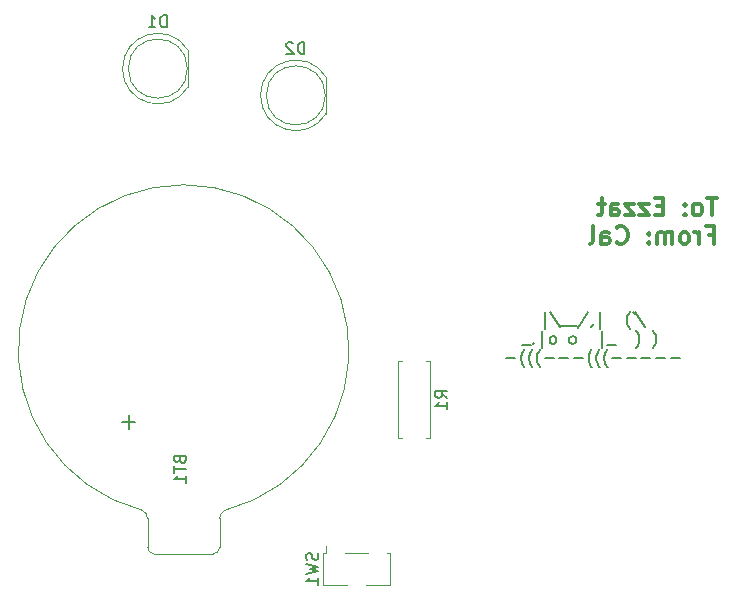
<source format=gbr>
%TF.GenerationSoftware,KiCad,Pcbnew,9.0.6*%
%TF.CreationDate,2025-12-18T11:45:50-05:00*%
%TF.ProjectId,seal_project,7365616c-5f70-4726-9f6a-6563742e6b69,rev?*%
%TF.SameCoordinates,Original*%
%TF.FileFunction,Legend,Bot*%
%TF.FilePolarity,Positive*%
%FSLAX46Y46*%
G04 Gerber Fmt 4.6, Leading zero omitted, Abs format (unit mm)*
G04 Created by KiCad (PCBNEW 9.0.6) date 2025-12-18 11:45:50*
%MOMM*%
%LPD*%
G01*
G04 APERTURE LIST*
%ADD10C,0.150000*%
%ADD11C,0.300000*%
%ADD12C,0.120000*%
G04 APERTURE END LIST*
D10*
X164122494Y-92983264D02*
X164122494Y-91554692D01*
X164503446Y-91554692D02*
X165360589Y-92840407D01*
X165265352Y-92745169D02*
X166027256Y-92745169D01*
X166027257Y-92745169D02*
X166789161Y-92745169D01*
X167741542Y-91602312D02*
X166884400Y-92888026D01*
X168122495Y-92602312D02*
X168122495Y-92649931D01*
X168122495Y-92649931D02*
X168074876Y-92745169D01*
X168074876Y-92745169D02*
X168027257Y-92792788D01*
X168789161Y-92983264D02*
X168789161Y-91554692D01*
X171312971Y-93030883D02*
X171265352Y-92983264D01*
X171265352Y-92983264D02*
X171170114Y-92840407D01*
X171170114Y-92840407D02*
X171122495Y-92745169D01*
X171122495Y-92745169D02*
X171074876Y-92602312D01*
X171074876Y-92602312D02*
X171027257Y-92364216D01*
X171027257Y-92364216D02*
X171027257Y-92173740D01*
X171027257Y-92173740D02*
X171074876Y-91935645D01*
X171074876Y-91935645D02*
X171122495Y-91792788D01*
X171122495Y-91792788D02*
X171170114Y-91697550D01*
X171170114Y-91697550D02*
X171265352Y-91554692D01*
X171265352Y-91554692D02*
X171312971Y-91507073D01*
X171551067Y-91602312D02*
X171693924Y-91745169D01*
X171741542Y-91554692D02*
X172598685Y-92840407D01*
X162122494Y-94355113D02*
X162884398Y-94355113D01*
X163122494Y-94164636D02*
X163170113Y-94212256D01*
X163170113Y-94212256D02*
X163122494Y-94259875D01*
X163122494Y-94259875D02*
X163074875Y-94212256D01*
X163074875Y-94212256D02*
X163122494Y-94164636D01*
X163122494Y-94164636D02*
X163122494Y-94259875D01*
X163836779Y-94593208D02*
X163836779Y-93164636D01*
X164693922Y-94259875D02*
X164598684Y-94212256D01*
X164598684Y-94212256D02*
X164551065Y-94164636D01*
X164551065Y-94164636D02*
X164503446Y-94069398D01*
X164503446Y-94069398D02*
X164503446Y-93783684D01*
X164503446Y-93783684D02*
X164551065Y-93688446D01*
X164551065Y-93688446D02*
X164598684Y-93640827D01*
X164598684Y-93640827D02*
X164693922Y-93593208D01*
X164693922Y-93593208D02*
X164836779Y-93593208D01*
X164836779Y-93593208D02*
X164932017Y-93640827D01*
X164932017Y-93640827D02*
X164979636Y-93688446D01*
X164979636Y-93688446D02*
X165027255Y-93783684D01*
X165027255Y-93783684D02*
X165027255Y-94069398D01*
X165027255Y-94069398D02*
X164979636Y-94164636D01*
X164979636Y-94164636D02*
X164932017Y-94212256D01*
X164932017Y-94212256D02*
X164836779Y-94259875D01*
X164836779Y-94259875D02*
X164693922Y-94259875D01*
X166360589Y-94259875D02*
X166265351Y-94212256D01*
X166265351Y-94212256D02*
X166217732Y-94164636D01*
X166217732Y-94164636D02*
X166170113Y-94069398D01*
X166170113Y-94069398D02*
X166170113Y-93783684D01*
X166170113Y-93783684D02*
X166217732Y-93688446D01*
X166217732Y-93688446D02*
X166265351Y-93640827D01*
X166265351Y-93640827D02*
X166360589Y-93593208D01*
X166360589Y-93593208D02*
X166503446Y-93593208D01*
X166503446Y-93593208D02*
X166598684Y-93640827D01*
X166598684Y-93640827D02*
X166646303Y-93688446D01*
X166646303Y-93688446D02*
X166693922Y-93783684D01*
X166693922Y-93783684D02*
X166693922Y-94069398D01*
X166693922Y-94069398D02*
X166646303Y-94164636D01*
X166646303Y-94164636D02*
X166598684Y-94212256D01*
X166598684Y-94212256D02*
X166503446Y-94259875D01*
X166503446Y-94259875D02*
X166360589Y-94259875D01*
X168884399Y-94593208D02*
X168884399Y-93164636D01*
X169360590Y-94355113D02*
X170122494Y-94355113D01*
X171789162Y-94640827D02*
X171836781Y-94593208D01*
X171836781Y-94593208D02*
X171932019Y-94450351D01*
X171932019Y-94450351D02*
X171979638Y-94355113D01*
X171979638Y-94355113D02*
X172027257Y-94212256D01*
X172027257Y-94212256D02*
X172074876Y-93974160D01*
X172074876Y-93974160D02*
X172074876Y-93783684D01*
X172074876Y-93783684D02*
X172027257Y-93545589D01*
X172027257Y-93545589D02*
X171979638Y-93402732D01*
X171979638Y-93402732D02*
X171932019Y-93307494D01*
X171932019Y-93307494D02*
X171836781Y-93164636D01*
X171836781Y-93164636D02*
X171789162Y-93117017D01*
X173217734Y-94640827D02*
X173265353Y-94593208D01*
X173265353Y-94593208D02*
X173360591Y-94450351D01*
X173360591Y-94450351D02*
X173408210Y-94355113D01*
X173408210Y-94355113D02*
X173455829Y-94212256D01*
X173455829Y-94212256D02*
X173503448Y-93974160D01*
X173503448Y-93974160D02*
X173503448Y-93783684D01*
X173503448Y-93783684D02*
X173455829Y-93545589D01*
X173455829Y-93545589D02*
X173408210Y-93402732D01*
X173408210Y-93402732D02*
X173360591Y-93307494D01*
X173360591Y-93307494D02*
X173265353Y-93164636D01*
X173265353Y-93164636D02*
X173217734Y-93117017D01*
X160836779Y-95488866D02*
X161598684Y-95488866D01*
X162360588Y-96250771D02*
X162312969Y-96203152D01*
X162312969Y-96203152D02*
X162217731Y-96060295D01*
X162217731Y-96060295D02*
X162170112Y-95965057D01*
X162170112Y-95965057D02*
X162122493Y-95822200D01*
X162122493Y-95822200D02*
X162074874Y-95584104D01*
X162074874Y-95584104D02*
X162074874Y-95393628D01*
X162074874Y-95393628D02*
X162122493Y-95155533D01*
X162122493Y-95155533D02*
X162170112Y-95012676D01*
X162170112Y-95012676D02*
X162217731Y-94917438D01*
X162217731Y-94917438D02*
X162312969Y-94774580D01*
X162312969Y-94774580D02*
X162360588Y-94726961D01*
X163027255Y-96250771D02*
X162979636Y-96203152D01*
X162979636Y-96203152D02*
X162884398Y-96060295D01*
X162884398Y-96060295D02*
X162836779Y-95965057D01*
X162836779Y-95965057D02*
X162789160Y-95822200D01*
X162789160Y-95822200D02*
X162741541Y-95584104D01*
X162741541Y-95584104D02*
X162741541Y-95393628D01*
X162741541Y-95393628D02*
X162789160Y-95155533D01*
X162789160Y-95155533D02*
X162836779Y-95012676D01*
X162836779Y-95012676D02*
X162884398Y-94917438D01*
X162884398Y-94917438D02*
X162979636Y-94774580D01*
X162979636Y-94774580D02*
X163027255Y-94726961D01*
X163693922Y-96250771D02*
X163646303Y-96203152D01*
X163646303Y-96203152D02*
X163551065Y-96060295D01*
X163551065Y-96060295D02*
X163503446Y-95965057D01*
X163503446Y-95965057D02*
X163455827Y-95822200D01*
X163455827Y-95822200D02*
X163408208Y-95584104D01*
X163408208Y-95584104D02*
X163408208Y-95393628D01*
X163408208Y-95393628D02*
X163455827Y-95155533D01*
X163455827Y-95155533D02*
X163503446Y-95012676D01*
X163503446Y-95012676D02*
X163551065Y-94917438D01*
X163551065Y-94917438D02*
X163646303Y-94774580D01*
X163646303Y-94774580D02*
X163693922Y-94726961D01*
X164074875Y-95488866D02*
X164836780Y-95488866D01*
X165312970Y-95488866D02*
X166074875Y-95488866D01*
X166551065Y-95488866D02*
X167312970Y-95488866D01*
X168074874Y-96250771D02*
X168027255Y-96203152D01*
X168027255Y-96203152D02*
X167932017Y-96060295D01*
X167932017Y-96060295D02*
X167884398Y-95965057D01*
X167884398Y-95965057D02*
X167836779Y-95822200D01*
X167836779Y-95822200D02*
X167789160Y-95584104D01*
X167789160Y-95584104D02*
X167789160Y-95393628D01*
X167789160Y-95393628D02*
X167836779Y-95155533D01*
X167836779Y-95155533D02*
X167884398Y-95012676D01*
X167884398Y-95012676D02*
X167932017Y-94917438D01*
X167932017Y-94917438D02*
X168027255Y-94774580D01*
X168027255Y-94774580D02*
X168074874Y-94726961D01*
X168741541Y-96250771D02*
X168693922Y-96203152D01*
X168693922Y-96203152D02*
X168598684Y-96060295D01*
X168598684Y-96060295D02*
X168551065Y-95965057D01*
X168551065Y-95965057D02*
X168503446Y-95822200D01*
X168503446Y-95822200D02*
X168455827Y-95584104D01*
X168455827Y-95584104D02*
X168455827Y-95393628D01*
X168455827Y-95393628D02*
X168503446Y-95155533D01*
X168503446Y-95155533D02*
X168551065Y-95012676D01*
X168551065Y-95012676D02*
X168598684Y-94917438D01*
X168598684Y-94917438D02*
X168693922Y-94774580D01*
X168693922Y-94774580D02*
X168741541Y-94726961D01*
X169408208Y-96250771D02*
X169360589Y-96203152D01*
X169360589Y-96203152D02*
X169265351Y-96060295D01*
X169265351Y-96060295D02*
X169217732Y-95965057D01*
X169217732Y-95965057D02*
X169170113Y-95822200D01*
X169170113Y-95822200D02*
X169122494Y-95584104D01*
X169122494Y-95584104D02*
X169122494Y-95393628D01*
X169122494Y-95393628D02*
X169170113Y-95155533D01*
X169170113Y-95155533D02*
X169217732Y-95012676D01*
X169217732Y-95012676D02*
X169265351Y-94917438D01*
X169265351Y-94917438D02*
X169360589Y-94774580D01*
X169360589Y-94774580D02*
X169408208Y-94726961D01*
X169789161Y-95488866D02*
X170551066Y-95488866D01*
X171027256Y-95488866D02*
X171789161Y-95488866D01*
X172265351Y-95488866D02*
X173027256Y-95488866D01*
X173503446Y-95488866D02*
X174265351Y-95488866D01*
X174741541Y-95488866D02*
X175503446Y-95488866D01*
D11*
X178659774Y-81885912D02*
X177802632Y-81885912D01*
X178231203Y-83385912D02*
X178231203Y-81885912D01*
X177088346Y-83385912D02*
X177231203Y-83314484D01*
X177231203Y-83314484D02*
X177302632Y-83243055D01*
X177302632Y-83243055D02*
X177374060Y-83100198D01*
X177374060Y-83100198D02*
X177374060Y-82671626D01*
X177374060Y-82671626D02*
X177302632Y-82528769D01*
X177302632Y-82528769D02*
X177231203Y-82457341D01*
X177231203Y-82457341D02*
X177088346Y-82385912D01*
X177088346Y-82385912D02*
X176874060Y-82385912D01*
X176874060Y-82385912D02*
X176731203Y-82457341D01*
X176731203Y-82457341D02*
X176659775Y-82528769D01*
X176659775Y-82528769D02*
X176588346Y-82671626D01*
X176588346Y-82671626D02*
X176588346Y-83100198D01*
X176588346Y-83100198D02*
X176659775Y-83243055D01*
X176659775Y-83243055D02*
X176731203Y-83314484D01*
X176731203Y-83314484D02*
X176874060Y-83385912D01*
X176874060Y-83385912D02*
X177088346Y-83385912D01*
X175945489Y-83243055D02*
X175874060Y-83314484D01*
X175874060Y-83314484D02*
X175945489Y-83385912D01*
X175945489Y-83385912D02*
X176016917Y-83314484D01*
X176016917Y-83314484D02*
X175945489Y-83243055D01*
X175945489Y-83243055D02*
X175945489Y-83385912D01*
X175945489Y-82457341D02*
X175874060Y-82528769D01*
X175874060Y-82528769D02*
X175945489Y-82600198D01*
X175945489Y-82600198D02*
X176016917Y-82528769D01*
X176016917Y-82528769D02*
X175945489Y-82457341D01*
X175945489Y-82457341D02*
X175945489Y-82600198D01*
X174088346Y-82600198D02*
X173588346Y-82600198D01*
X173374060Y-83385912D02*
X174088346Y-83385912D01*
X174088346Y-83385912D02*
X174088346Y-81885912D01*
X174088346Y-81885912D02*
X173374060Y-81885912D01*
X172874060Y-82385912D02*
X172088346Y-82385912D01*
X172088346Y-82385912D02*
X172874060Y-83385912D01*
X172874060Y-83385912D02*
X172088346Y-83385912D01*
X171659774Y-82385912D02*
X170874060Y-82385912D01*
X170874060Y-82385912D02*
X171659774Y-83385912D01*
X171659774Y-83385912D02*
X170874060Y-83385912D01*
X169659774Y-83385912D02*
X169659774Y-82600198D01*
X169659774Y-82600198D02*
X169731202Y-82457341D01*
X169731202Y-82457341D02*
X169874059Y-82385912D01*
X169874059Y-82385912D02*
X170159774Y-82385912D01*
X170159774Y-82385912D02*
X170302631Y-82457341D01*
X169659774Y-83314484D02*
X169802631Y-83385912D01*
X169802631Y-83385912D02*
X170159774Y-83385912D01*
X170159774Y-83385912D02*
X170302631Y-83314484D01*
X170302631Y-83314484D02*
X170374059Y-83171626D01*
X170374059Y-83171626D02*
X170374059Y-83028769D01*
X170374059Y-83028769D02*
X170302631Y-82885912D01*
X170302631Y-82885912D02*
X170159774Y-82814484D01*
X170159774Y-82814484D02*
X169802631Y-82814484D01*
X169802631Y-82814484D02*
X169659774Y-82743055D01*
X169159773Y-82385912D02*
X168588345Y-82385912D01*
X168945488Y-81885912D02*
X168945488Y-83171626D01*
X168945488Y-83171626D02*
X168874059Y-83314484D01*
X168874059Y-83314484D02*
X168731202Y-83385912D01*
X168731202Y-83385912D02*
X168588345Y-83385912D01*
X177945489Y-85015114D02*
X178445489Y-85015114D01*
X178445489Y-85800828D02*
X178445489Y-84300828D01*
X178445489Y-84300828D02*
X177731203Y-84300828D01*
X177159775Y-85800828D02*
X177159775Y-84800828D01*
X177159775Y-85086542D02*
X177088346Y-84943685D01*
X177088346Y-84943685D02*
X177016918Y-84872257D01*
X177016918Y-84872257D02*
X176874060Y-84800828D01*
X176874060Y-84800828D02*
X176731203Y-84800828D01*
X176016918Y-85800828D02*
X176159775Y-85729400D01*
X176159775Y-85729400D02*
X176231204Y-85657971D01*
X176231204Y-85657971D02*
X176302632Y-85515114D01*
X176302632Y-85515114D02*
X176302632Y-85086542D01*
X176302632Y-85086542D02*
X176231204Y-84943685D01*
X176231204Y-84943685D02*
X176159775Y-84872257D01*
X176159775Y-84872257D02*
X176016918Y-84800828D01*
X176016918Y-84800828D02*
X175802632Y-84800828D01*
X175802632Y-84800828D02*
X175659775Y-84872257D01*
X175659775Y-84872257D02*
X175588347Y-84943685D01*
X175588347Y-84943685D02*
X175516918Y-85086542D01*
X175516918Y-85086542D02*
X175516918Y-85515114D01*
X175516918Y-85515114D02*
X175588347Y-85657971D01*
X175588347Y-85657971D02*
X175659775Y-85729400D01*
X175659775Y-85729400D02*
X175802632Y-85800828D01*
X175802632Y-85800828D02*
X176016918Y-85800828D01*
X174874061Y-85800828D02*
X174874061Y-84800828D01*
X174874061Y-84943685D02*
X174802632Y-84872257D01*
X174802632Y-84872257D02*
X174659775Y-84800828D01*
X174659775Y-84800828D02*
X174445489Y-84800828D01*
X174445489Y-84800828D02*
X174302632Y-84872257D01*
X174302632Y-84872257D02*
X174231204Y-85015114D01*
X174231204Y-85015114D02*
X174231204Y-85800828D01*
X174231204Y-85015114D02*
X174159775Y-84872257D01*
X174159775Y-84872257D02*
X174016918Y-84800828D01*
X174016918Y-84800828D02*
X173802632Y-84800828D01*
X173802632Y-84800828D02*
X173659775Y-84872257D01*
X173659775Y-84872257D02*
X173588346Y-85015114D01*
X173588346Y-85015114D02*
X173588346Y-85800828D01*
X172874061Y-85657971D02*
X172802632Y-85729400D01*
X172802632Y-85729400D02*
X172874061Y-85800828D01*
X172874061Y-85800828D02*
X172945489Y-85729400D01*
X172945489Y-85729400D02*
X172874061Y-85657971D01*
X172874061Y-85657971D02*
X172874061Y-85800828D01*
X172874061Y-84872257D02*
X172802632Y-84943685D01*
X172802632Y-84943685D02*
X172874061Y-85015114D01*
X172874061Y-85015114D02*
X172945489Y-84943685D01*
X172945489Y-84943685D02*
X172874061Y-84872257D01*
X172874061Y-84872257D02*
X172874061Y-85015114D01*
X170159775Y-85657971D02*
X170231203Y-85729400D01*
X170231203Y-85729400D02*
X170445489Y-85800828D01*
X170445489Y-85800828D02*
X170588346Y-85800828D01*
X170588346Y-85800828D02*
X170802632Y-85729400D01*
X170802632Y-85729400D02*
X170945489Y-85586542D01*
X170945489Y-85586542D02*
X171016918Y-85443685D01*
X171016918Y-85443685D02*
X171088346Y-85157971D01*
X171088346Y-85157971D02*
X171088346Y-84943685D01*
X171088346Y-84943685D02*
X171016918Y-84657971D01*
X171016918Y-84657971D02*
X170945489Y-84515114D01*
X170945489Y-84515114D02*
X170802632Y-84372257D01*
X170802632Y-84372257D02*
X170588346Y-84300828D01*
X170588346Y-84300828D02*
X170445489Y-84300828D01*
X170445489Y-84300828D02*
X170231203Y-84372257D01*
X170231203Y-84372257D02*
X170159775Y-84443685D01*
X168874061Y-85800828D02*
X168874061Y-85015114D01*
X168874061Y-85015114D02*
X168945489Y-84872257D01*
X168945489Y-84872257D02*
X169088346Y-84800828D01*
X169088346Y-84800828D02*
X169374061Y-84800828D01*
X169374061Y-84800828D02*
X169516918Y-84872257D01*
X168874061Y-85729400D02*
X169016918Y-85800828D01*
X169016918Y-85800828D02*
X169374061Y-85800828D01*
X169374061Y-85800828D02*
X169516918Y-85729400D01*
X169516918Y-85729400D02*
X169588346Y-85586542D01*
X169588346Y-85586542D02*
X169588346Y-85443685D01*
X169588346Y-85443685D02*
X169516918Y-85300828D01*
X169516918Y-85300828D02*
X169374061Y-85229400D01*
X169374061Y-85229400D02*
X169016918Y-85229400D01*
X169016918Y-85229400D02*
X168874061Y-85157971D01*
X167945489Y-85800828D02*
X168088346Y-85729400D01*
X168088346Y-85729400D02*
X168159775Y-85586542D01*
X168159775Y-85586542D02*
X168159775Y-84300828D01*
D10*
X133171191Y-104068216D02*
X133218810Y-104211073D01*
X133218810Y-104211073D02*
X133266429Y-104258692D01*
X133266429Y-104258692D02*
X133361667Y-104306311D01*
X133361667Y-104306311D02*
X133504524Y-104306311D01*
X133504524Y-104306311D02*
X133599762Y-104258692D01*
X133599762Y-104258692D02*
X133647382Y-104211073D01*
X133647382Y-104211073D02*
X133695001Y-104115835D01*
X133695001Y-104115835D02*
X133695001Y-103734883D01*
X133695001Y-103734883D02*
X132695001Y-103734883D01*
X132695001Y-103734883D02*
X132695001Y-104068216D01*
X132695001Y-104068216D02*
X132742620Y-104163454D01*
X132742620Y-104163454D02*
X132790239Y-104211073D01*
X132790239Y-104211073D02*
X132885477Y-104258692D01*
X132885477Y-104258692D02*
X132980715Y-104258692D01*
X132980715Y-104258692D02*
X133075953Y-104211073D01*
X133075953Y-104211073D02*
X133123572Y-104163454D01*
X133123572Y-104163454D02*
X133171191Y-104068216D01*
X133171191Y-104068216D02*
X133171191Y-103734883D01*
X132695001Y-104592026D02*
X132695001Y-105163454D01*
X133695001Y-104877740D02*
X132695001Y-104877740D01*
X133695001Y-106020597D02*
X133695001Y-105449169D01*
X133695001Y-105734883D02*
X132695001Y-105734883D01*
X132695001Y-105734883D02*
X132837858Y-105639645D01*
X132837858Y-105639645D02*
X132933096Y-105544407D01*
X132933096Y-105544407D02*
X132980715Y-105449169D01*
X128854882Y-100282502D02*
X128854882Y-101425360D01*
X129426310Y-100853931D02*
X128283453Y-100853931D01*
X143718347Y-69714735D02*
X143718347Y-68714735D01*
X143718347Y-68714735D02*
X143480252Y-68714735D01*
X143480252Y-68714735D02*
X143337395Y-68762354D01*
X143337395Y-68762354D02*
X143242157Y-68857592D01*
X143242157Y-68857592D02*
X143194538Y-68952830D01*
X143194538Y-68952830D02*
X143146919Y-69143306D01*
X143146919Y-69143306D02*
X143146919Y-69286163D01*
X143146919Y-69286163D02*
X143194538Y-69476639D01*
X143194538Y-69476639D02*
X143242157Y-69571877D01*
X143242157Y-69571877D02*
X143337395Y-69667116D01*
X143337395Y-69667116D02*
X143480252Y-69714735D01*
X143480252Y-69714735D02*
X143718347Y-69714735D01*
X142765966Y-68809973D02*
X142718347Y-68762354D01*
X142718347Y-68762354D02*
X142623109Y-68714735D01*
X142623109Y-68714735D02*
X142385014Y-68714735D01*
X142385014Y-68714735D02*
X142289776Y-68762354D01*
X142289776Y-68762354D02*
X142242157Y-68809973D01*
X142242157Y-68809973D02*
X142194538Y-68905211D01*
X142194538Y-68905211D02*
X142194538Y-69000449D01*
X142194538Y-69000449D02*
X142242157Y-69143306D01*
X142242157Y-69143306D02*
X142813585Y-69714735D01*
X142813585Y-69714735D02*
X142194538Y-69714735D01*
X132056094Y-67446819D02*
X132056094Y-66446819D01*
X132056094Y-66446819D02*
X131817999Y-66446819D01*
X131817999Y-66446819D02*
X131675142Y-66494438D01*
X131675142Y-66494438D02*
X131579904Y-66589676D01*
X131579904Y-66589676D02*
X131532285Y-66684914D01*
X131532285Y-66684914D02*
X131484666Y-66875390D01*
X131484666Y-66875390D02*
X131484666Y-67018247D01*
X131484666Y-67018247D02*
X131532285Y-67208723D01*
X131532285Y-67208723D02*
X131579904Y-67303961D01*
X131579904Y-67303961D02*
X131675142Y-67399200D01*
X131675142Y-67399200D02*
X131817999Y-67446819D01*
X131817999Y-67446819D02*
X132056094Y-67446819D01*
X130532285Y-67446819D02*
X131103713Y-67446819D01*
X130817999Y-67446819D02*
X130817999Y-66446819D01*
X130817999Y-66446819D02*
X130913237Y-66589676D01*
X130913237Y-66589676D02*
X131008475Y-66684914D01*
X131008475Y-66684914D02*
X131103713Y-66732533D01*
X144837610Y-111981631D02*
X144885229Y-112124488D01*
X144885229Y-112124488D02*
X144885229Y-112362583D01*
X144885229Y-112362583D02*
X144837610Y-112457821D01*
X144837610Y-112457821D02*
X144789990Y-112505440D01*
X144789990Y-112505440D02*
X144694752Y-112553059D01*
X144694752Y-112553059D02*
X144599514Y-112553059D01*
X144599514Y-112553059D02*
X144504276Y-112505440D01*
X144504276Y-112505440D02*
X144456657Y-112457821D01*
X144456657Y-112457821D02*
X144409038Y-112362583D01*
X144409038Y-112362583D02*
X144361419Y-112172107D01*
X144361419Y-112172107D02*
X144313800Y-112076869D01*
X144313800Y-112076869D02*
X144266181Y-112029250D01*
X144266181Y-112029250D02*
X144170943Y-111981631D01*
X144170943Y-111981631D02*
X144075705Y-111981631D01*
X144075705Y-111981631D02*
X143980467Y-112029250D01*
X143980467Y-112029250D02*
X143932848Y-112076869D01*
X143932848Y-112076869D02*
X143885229Y-112172107D01*
X143885229Y-112172107D02*
X143885229Y-112410202D01*
X143885229Y-112410202D02*
X143932848Y-112553059D01*
X143885229Y-112886393D02*
X144885229Y-113124488D01*
X144885229Y-113124488D02*
X144170943Y-113314964D01*
X144170943Y-113314964D02*
X144885229Y-113505440D01*
X144885229Y-113505440D02*
X143885229Y-113743536D01*
X144885229Y-114648297D02*
X144885229Y-114076869D01*
X144885229Y-114362583D02*
X143885229Y-114362583D01*
X143885229Y-114362583D02*
X144028086Y-114267345D01*
X144028086Y-114267345D02*
X144123324Y-114172107D01*
X144123324Y-114172107D02*
X144170943Y-114076869D01*
X155824819Y-98833333D02*
X155348628Y-98500000D01*
X155824819Y-98261905D02*
X154824819Y-98261905D01*
X154824819Y-98261905D02*
X154824819Y-98642857D01*
X154824819Y-98642857D02*
X154872438Y-98738095D01*
X154872438Y-98738095D02*
X154920057Y-98785714D01*
X154920057Y-98785714D02*
X155015295Y-98833333D01*
X155015295Y-98833333D02*
X155158152Y-98833333D01*
X155158152Y-98833333D02*
X155253390Y-98785714D01*
X155253390Y-98785714D02*
X155301009Y-98738095D01*
X155301009Y-98738095D02*
X155348628Y-98642857D01*
X155348628Y-98642857D02*
X155348628Y-98261905D01*
X155824819Y-99785714D02*
X155824819Y-99214286D01*
X155824819Y-99500000D02*
X154824819Y-99500000D01*
X154824819Y-99500000D02*
X154967676Y-99404762D01*
X154967676Y-99404762D02*
X155062914Y-99309524D01*
X155062914Y-99309524D02*
X155110533Y-99214286D01*
D12*
%TO.C,BT1*%
X130450000Y-111490000D02*
X130450000Y-109040000D01*
X136000000Y-112040000D02*
X131000000Y-112040000D01*
X136550000Y-109040000D02*
X136550000Y-111490000D01*
X129980000Y-108340000D02*
G75*
G02*
X130449998Y-109040000I-286280J-700000D01*
G01*
X129980000Y-108340000D02*
G75*
G02*
X133500000Y-80790000I3520030J13550125D01*
G01*
X131000000Y-112040000D02*
G75*
G02*
X130450000Y-111490000I-1J549999D01*
G01*
X133500000Y-80790000D02*
G75*
G02*
X137020000Y-108340000I-31J-13999875D01*
G01*
X136550000Y-109040000D02*
G75*
G02*
X137020002Y-108340004I756270J0D01*
G01*
X136550000Y-111490000D02*
G75*
G02*
X136000000Y-112040000I-549999J-1D01*
G01*
%TO.C,D2*%
X145560253Y-71674916D02*
X145560253Y-74764916D01*
X140010253Y-73220378D02*
G75*
G02*
X145560253Y-71675086I2990000J462D01*
G01*
X145560253Y-74764746D02*
G75*
G02*
X140010253Y-73219454I-2560000J1544830D01*
G01*
X145500253Y-73219916D02*
G75*
G02*
X140500253Y-73219916I-2500000J0D01*
G01*
X140500253Y-73219916D02*
G75*
G02*
X145500253Y-73219916I2500000J0D01*
G01*
%TO.C,D1*%
X133878000Y-69407000D02*
X133878000Y-72497000D01*
X128328000Y-70952462D02*
G75*
G02*
X133878000Y-69407170I2990000J462D01*
G01*
X133878000Y-72496830D02*
G75*
G02*
X128328000Y-70951538I-2560000J1544830D01*
G01*
X133818000Y-70952000D02*
G75*
G02*
X128818000Y-70952000I-2500000J0D01*
G01*
X128818000Y-70952000D02*
G75*
G02*
X133818000Y-70952000I2500000J0D01*
G01*
%TO.C,SW1*%
X145320410Y-111954964D02*
X145320410Y-114674964D01*
X145320410Y-114674964D02*
X147330410Y-114674964D01*
X145580410Y-111954964D02*
X145330410Y-111954964D01*
X145580410Y-111954964D02*
X145580410Y-111414964D01*
X147150410Y-111954964D02*
X149110410Y-111954964D01*
X148930410Y-114674964D02*
X150940410Y-114674964D01*
X150940410Y-111954964D02*
X150680410Y-111954964D01*
X150940410Y-114664964D02*
X150940410Y-111964964D01*
%TO.C,R1*%
X151630000Y-95730000D02*
X151960000Y-95730000D01*
X151630000Y-102270000D02*
X151630000Y-95730000D01*
X151960000Y-102270000D02*
X151630000Y-102270000D01*
X154040000Y-102270000D02*
X154370000Y-102270000D01*
X154370000Y-95730000D02*
X154040000Y-95730000D01*
X154370000Y-102270000D02*
X154370000Y-95730000D01*
%TD*%
M02*

</source>
